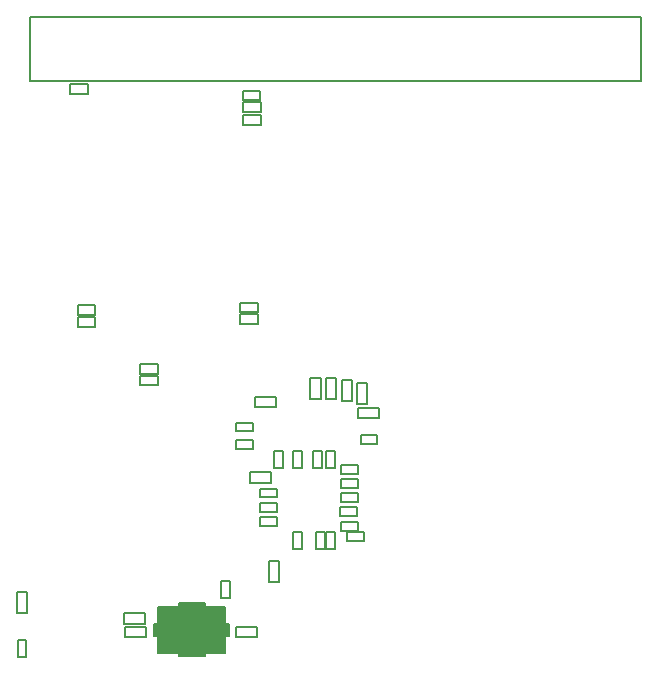
<source format=gbr>
G04*
G04 #@! TF.GenerationSoftware,Altium Limited,Altium Designer,24.1.2 (44)*
G04*
G04 Layer_Color=16711935*
%FSLAX25Y25*%
%MOIN*%
G70*
G04*
G04 #@! TF.SameCoordinates,59DD8EBB-DCD7-4209-94D2-A0ED0100978B*
G04*
G04*
G04 #@! TF.FilePolarity,Positive*
G04*
G01*
G75*
%ADD11C,0.00787*%
%ADD92C,0.00600*%
G36*
X40651Y-385854D02*
Y-391554D01*
X47539D01*
Y-392754D01*
X56264D01*
Y-391554D01*
X63151D01*
Y-385854D01*
X64351D01*
Y-381854D01*
X63151D01*
Y-376154D01*
X56264D01*
Y-374954D01*
X47539D01*
Y-376154D01*
X40651D01*
Y-381854D01*
X39451D01*
Y-385854D01*
X40651D01*
D02*
G37*
D11*
X36372Y-381849D02*
Y-378414D01*
X29394Y-381849D02*
X36372D01*
X29394D02*
Y-378414D01*
X36372D01*
X61680Y-373242D02*
X64633D01*
X61680D02*
Y-367730D01*
X64633D01*
Y-373242D02*
Y-367730D01*
X36525Y-386301D02*
Y-382866D01*
X29546Y-386301D02*
X36525D01*
X29546D02*
Y-382866D01*
X36525D01*
X-6378Y-371180D02*
X-2943D01*
Y-378159D02*
Y-371180D01*
X-6378Y-378159D02*
X-2943D01*
X-6378D02*
Y-371180D01*
X66688Y-386300D02*
Y-382865D01*
X73667D01*
Y-386300D02*
Y-382865D01*
X66688Y-386300D02*
X73667D01*
X-6137Y-387338D02*
X-3184D01*
Y-392850D02*
Y-387338D01*
X-6137Y-392850D02*
X-3184D01*
X-6137D02*
Y-387338D01*
X11353Y-201949D02*
X17306D01*
X11353Y-205098D02*
Y-201949D01*
Y-205098D02*
X17306D01*
Y-201949D01*
X34728Y-302329D02*
X40681D01*
Y-299179D01*
X34728D02*
X40681D01*
X34728Y-302329D02*
Y-299179D01*
X13862Y-279642D02*
X19815D01*
X13862Y-282791D02*
Y-279642D01*
Y-282791D02*
X19815D01*
Y-279642D01*
X13862Y-275652D02*
X19815D01*
X13862Y-278802D02*
Y-275652D01*
Y-278802D02*
X19815D01*
Y-275652D01*
X67975Y-281877D02*
Y-278727D01*
X73929D01*
Y-281877D02*
Y-278727D01*
X67975Y-281877D02*
X73929D01*
X68922Y-215524D02*
Y-212374D01*
X74875D01*
Y-215524D02*
Y-212374D01*
X68922Y-215524D02*
X74875D01*
X68922Y-211193D02*
Y-208043D01*
X74875D01*
Y-211193D02*
Y-208043D01*
X68922Y-211193D02*
X74875D01*
X68046Y-277940D02*
Y-274790D01*
X73999D01*
Y-277940D02*
Y-274790D01*
X68046Y-277940D02*
X73999D01*
X68882Y-207256D02*
Y-204106D01*
X74835D01*
Y-207256D02*
Y-204106D01*
X68882Y-207256D02*
X74835D01*
X-1961Y-179686D02*
X201779D01*
Y-200907D02*
Y-179686D01*
X-1961Y-200907D02*
X201779D01*
X-1961D02*
Y-179686D01*
X34770Y-298547D02*
X40723D01*
Y-295397D01*
X34770D02*
X40723D01*
X34770Y-298547D02*
Y-295397D01*
X96554Y-306825D02*
X99989D01*
X96554D02*
Y-299847D01*
X99989D01*
Y-306825D02*
Y-299847D01*
X91406Y-299847D02*
X94841D01*
Y-306825D02*
Y-299847D01*
X91406Y-306825D02*
X94841D01*
X91406D02*
Y-299847D01*
X101973Y-307487D02*
X105408D01*
X101973D02*
Y-300509D01*
X105408D01*
Y-307487D02*
Y-300509D01*
X106970Y-308518D02*
X110405D01*
X106970D02*
Y-301539D01*
X110405D01*
Y-308518D02*
Y-301539D01*
X73098Y-309644D02*
Y-306209D01*
X80076D01*
Y-309644D02*
Y-306209D01*
X73098Y-309644D02*
X80076D01*
X71318Y-331373D02*
X78296D01*
X71318Y-334808D02*
Y-331373D01*
Y-334808D02*
X78296D01*
Y-331373D01*
X74611Y-336792D02*
X80408D01*
X74611Y-339744D02*
Y-336792D01*
Y-339744D02*
X80408D01*
Y-336792D01*
X80265Y-344469D02*
Y-341516D01*
X74753Y-344469D02*
X80265D01*
X74753D02*
Y-341516D01*
X80265D01*
X66671Y-323634D02*
Y-320681D01*
X72183D01*
Y-323634D02*
Y-320681D01*
X66671Y-323634D02*
X72183D01*
X66671Y-317721D02*
Y-314768D01*
X72183D01*
Y-317721D02*
Y-314768D01*
X66671Y-317721D02*
X72183D01*
X101722Y-331871D02*
Y-328918D01*
X107234D01*
Y-331871D02*
Y-328918D01*
X101722Y-331871D02*
X107234D01*
X101426Y-345963D02*
Y-343010D01*
X106938D01*
Y-345963D02*
Y-343010D01*
X101426Y-345963D02*
X106938D01*
X101722Y-350768D02*
Y-347815D01*
X107234D01*
Y-350768D02*
Y-347815D01*
X101722Y-350768D02*
X107234D01*
X101722Y-341319D02*
Y-338367D01*
X107234D01*
Y-341319D02*
Y-338367D01*
X101722Y-341319D02*
X107234D01*
X101722Y-336595D02*
Y-333642D01*
X107234D01*
Y-336595D02*
Y-333642D01*
X101722Y-336595D02*
X107234D01*
X103754Y-354311D02*
Y-351359D01*
X109265D01*
Y-354311D02*
Y-351359D01*
X103754Y-354311D02*
X109265D01*
X96604Y-329902D02*
X99556D01*
X96604D02*
Y-324390D01*
X99556D01*
Y-329902D02*
Y-324390D01*
X85580Y-329902D02*
X88533D01*
X85580D02*
Y-324390D01*
X88533D01*
Y-329902D02*
Y-324390D01*
X92273Y-329902D02*
X95226D01*
X92273D02*
Y-324390D01*
X95226D01*
Y-329902D02*
Y-324390D01*
X79281Y-329902D02*
X82234D01*
X79281D02*
Y-324390D01*
X82234D01*
Y-329902D02*
Y-324390D01*
X85580Y-351359D02*
X88533D01*
Y-356871D02*
Y-351359D01*
X85580Y-356871D02*
X88533D01*
X85580D02*
Y-351359D01*
X93454Y-351359D02*
X96407D01*
Y-356870D02*
Y-351359D01*
X93454Y-356870D02*
X96407D01*
X93454D02*
Y-351359D01*
X96604D02*
X99556D01*
Y-356870D02*
Y-351359D01*
X96604Y-356870D02*
X99556D01*
X96604D02*
Y-351359D01*
X107334Y-313321D02*
X114313D01*
Y-309886D01*
X107334D02*
X114313D01*
X107334Y-313321D02*
Y-309886D01*
X113805Y-321850D02*
Y-318897D01*
X108293Y-321850D02*
X113805D01*
X108293D02*
Y-318897D01*
X113805D01*
X81097Y-367849D02*
Y-360871D01*
X77662D02*
X81097D01*
X77662Y-367849D02*
Y-360871D01*
Y-367849D02*
X81097D01*
X80265Y-349193D02*
Y-346240D01*
X74753Y-349193D02*
X80265D01*
X74753D02*
Y-346240D01*
X80265D01*
D92*
X40651Y-391554D02*
X47539D01*
Y-392754D02*
Y-391554D01*
Y-392754D02*
X56264D01*
Y-391554D01*
X63151D01*
Y-385854D01*
X64351D01*
Y-381854D01*
X63151D02*
X64351D01*
X63151D02*
Y-376154D01*
X56264D02*
X63151D01*
X56264D02*
Y-374954D01*
X47539D02*
X56264D01*
X47539Y-376154D02*
Y-374954D01*
X40651Y-376154D02*
X47539D01*
X40651Y-381854D02*
Y-376154D01*
X39451Y-381854D02*
X40651D01*
X39451Y-385854D02*
Y-381854D01*
Y-385854D02*
X40651D01*
Y-391554D02*
Y-385854D01*
M02*

</source>
